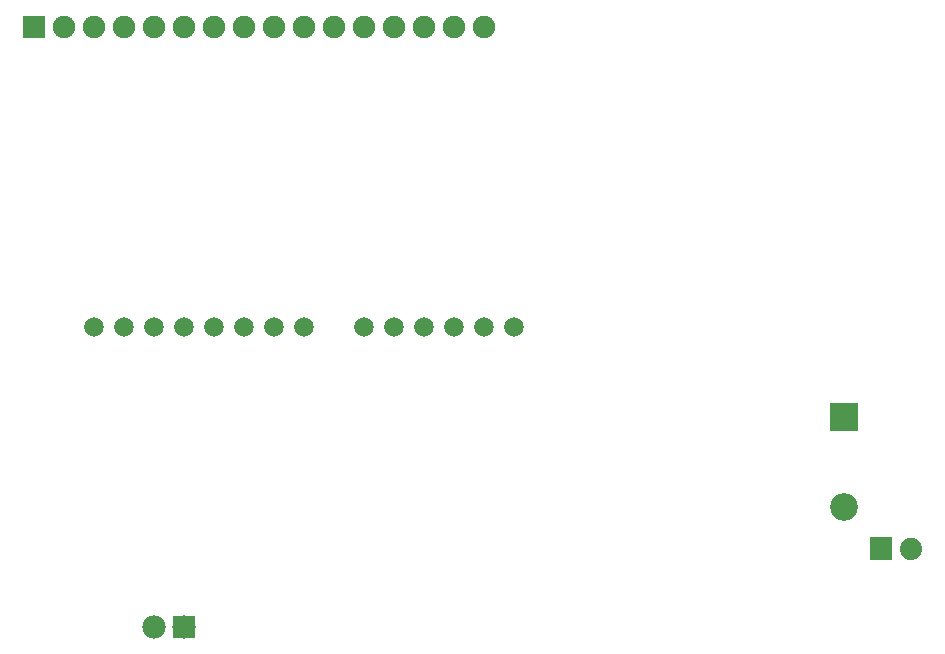
<source format=gbl>
G04 MADE WITH FRITZING*
G04 WWW.FRITZING.ORG*
G04 DOUBLE SIDED*
G04 HOLES PLATED*
G04 CONTOUR ON CENTER OF CONTOUR VECTOR*
%ASAXBY*%
%FSLAX23Y23*%
%MOIN*%
%OFA0B0*%
%SFA1.0B1.0*%
%ADD10C,0.075000*%
%ADD11C,0.065278*%
%ADD12C,0.074000*%
%ADD13C,0.078000*%
%ADD14C,0.092000*%
%ADD15R,0.075000X0.075000*%
%ADD16R,0.078000X0.078000*%
%ADD17R,0.092000X0.092000*%
%ADD18R,0.001000X0.001000*%
%LNCOPPER0*%
G90*
G70*
G54D10*
X344Y2089D03*
X444Y2089D03*
X544Y2089D03*
X644Y2089D03*
X744Y2089D03*
X844Y2089D03*
X944Y2089D03*
X1044Y2089D03*
X1144Y2089D03*
X1244Y2089D03*
X1344Y2089D03*
X1444Y2089D03*
X1544Y2089D03*
X1644Y2089D03*
X1744Y2089D03*
X1844Y2089D03*
G54D11*
X1544Y1089D03*
X1644Y1089D03*
X1744Y1089D03*
X1844Y1089D03*
X1944Y1089D03*
X644Y1089D03*
X544Y1089D03*
X744Y1089D03*
X844Y1089D03*
X944Y1089D03*
X1044Y1089D03*
X1144Y1089D03*
X1244Y1089D03*
X1444Y1089D03*
G54D12*
X3169Y349D03*
X3269Y349D03*
G54D13*
X844Y89D03*
X744Y89D03*
G54D14*
X3044Y789D03*
X3044Y489D03*
G54D15*
X344Y2089D03*
G54D16*
X844Y89D03*
G54D17*
X3044Y789D03*
G54D18*
X3132Y386D02*
X3205Y386D01*
X3132Y385D02*
X3205Y385D01*
X3132Y384D02*
X3205Y384D01*
X3132Y383D02*
X3205Y383D01*
X3132Y382D02*
X3205Y382D01*
X3132Y381D02*
X3205Y381D01*
X3132Y380D02*
X3205Y380D01*
X3132Y379D02*
X3205Y379D01*
X3132Y378D02*
X3205Y378D01*
X3132Y377D02*
X3205Y377D01*
X3132Y376D02*
X3205Y376D01*
X3132Y375D02*
X3205Y375D01*
X3132Y374D02*
X3205Y374D01*
X3132Y373D02*
X3205Y373D01*
X3132Y372D02*
X3205Y372D01*
X3132Y371D02*
X3205Y371D01*
X3132Y370D02*
X3205Y370D01*
X3132Y369D02*
X3165Y369D01*
X3172Y369D02*
X3205Y369D01*
X3132Y368D02*
X3161Y368D01*
X3176Y368D02*
X3205Y368D01*
X3132Y367D02*
X3159Y367D01*
X3178Y367D02*
X3205Y367D01*
X3132Y366D02*
X3157Y366D01*
X3180Y366D02*
X3205Y366D01*
X3132Y365D02*
X3156Y365D01*
X3181Y365D02*
X3205Y365D01*
X3132Y364D02*
X3154Y364D01*
X3182Y364D02*
X3205Y364D01*
X3132Y363D02*
X3153Y363D01*
X3183Y363D02*
X3205Y363D01*
X3132Y362D02*
X3153Y362D01*
X3184Y362D02*
X3205Y362D01*
X3132Y361D02*
X3152Y361D01*
X3185Y361D02*
X3205Y361D01*
X3132Y360D02*
X3151Y360D01*
X3186Y360D02*
X3205Y360D01*
X3132Y359D02*
X3150Y359D01*
X3186Y359D02*
X3205Y359D01*
X3132Y358D02*
X3150Y358D01*
X3187Y358D02*
X3205Y358D01*
X3132Y357D02*
X3149Y357D01*
X3187Y357D02*
X3205Y357D01*
X3132Y356D02*
X3149Y356D01*
X3188Y356D02*
X3205Y356D01*
X3132Y355D02*
X3149Y355D01*
X3188Y355D02*
X3205Y355D01*
X3132Y354D02*
X3148Y354D01*
X3188Y354D02*
X3205Y354D01*
X3132Y353D02*
X3148Y353D01*
X3188Y353D02*
X3205Y353D01*
X3132Y352D02*
X3148Y352D01*
X3189Y352D02*
X3205Y352D01*
X3132Y351D02*
X3148Y351D01*
X3189Y351D02*
X3205Y351D01*
X3132Y350D02*
X3148Y350D01*
X3189Y350D02*
X3205Y350D01*
X3132Y349D02*
X3148Y349D01*
X3189Y349D02*
X3205Y349D01*
X3132Y348D02*
X3148Y348D01*
X3189Y348D02*
X3205Y348D01*
X3132Y347D02*
X3148Y347D01*
X3189Y347D02*
X3205Y347D01*
X3132Y346D02*
X3148Y346D01*
X3189Y346D02*
X3205Y346D01*
X3132Y345D02*
X3148Y345D01*
X3188Y345D02*
X3205Y345D01*
X3132Y344D02*
X3149Y344D01*
X3188Y344D02*
X3205Y344D01*
X3132Y343D02*
X3149Y343D01*
X3188Y343D02*
X3205Y343D01*
X3132Y342D02*
X3149Y342D01*
X3187Y342D02*
X3205Y342D01*
X3132Y341D02*
X3150Y341D01*
X3187Y341D02*
X3205Y341D01*
X3132Y340D02*
X3150Y340D01*
X3186Y340D02*
X3205Y340D01*
X3132Y339D02*
X3151Y339D01*
X3186Y339D02*
X3205Y339D01*
X3132Y338D02*
X3151Y338D01*
X3185Y338D02*
X3205Y338D01*
X3132Y337D02*
X3152Y337D01*
X3185Y337D02*
X3205Y337D01*
X3132Y336D02*
X3153Y336D01*
X3184Y336D02*
X3205Y336D01*
X3132Y335D02*
X3154Y335D01*
X3183Y335D02*
X3205Y335D01*
X3132Y334D02*
X3155Y334D01*
X3182Y334D02*
X3205Y334D01*
X3132Y333D02*
X3156Y333D01*
X3180Y333D02*
X3205Y333D01*
X3132Y332D02*
X3158Y332D01*
X3179Y332D02*
X3205Y332D01*
X3132Y331D02*
X3160Y331D01*
X3177Y331D02*
X3205Y331D01*
X3132Y330D02*
X3163Y330D01*
X3174Y330D02*
X3205Y330D01*
X3132Y329D02*
X3205Y329D01*
X3132Y328D02*
X3205Y328D01*
X3132Y327D02*
X3205Y327D01*
X3132Y326D02*
X3205Y326D01*
X3132Y325D02*
X3205Y325D01*
X3132Y324D02*
X3205Y324D01*
X3132Y323D02*
X3205Y323D01*
X3132Y322D02*
X3205Y322D01*
X3132Y321D02*
X3205Y321D01*
X3132Y320D02*
X3205Y320D01*
X3132Y319D02*
X3205Y319D01*
X3132Y318D02*
X3205Y318D01*
X3132Y317D02*
X3205Y317D01*
X3132Y316D02*
X3205Y316D01*
X3132Y315D02*
X3205Y315D01*
X3132Y314D02*
X3205Y314D01*
X3132Y313D02*
X3205Y313D01*
D02*
G04 End of Copper0*
M02*
</source>
